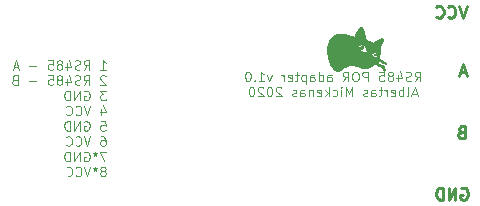
<source format=gbr>
G04 #@! TF.GenerationSoftware,KiCad,Pcbnew,5.99.0-unknown-13d3f57~88~ubuntu18.04.1*
G04 #@! TF.CreationDate,2020-04-02T10:06:32+03:00*
G04 #@! TF.ProjectId,adapter-por,61646170-7465-4722-9d70-6f722e6b6963,rev?*
G04 #@! TF.SameCoordinates,Original*
G04 #@! TF.FileFunction,Legend,Bot*
G04 #@! TF.FilePolarity,Positive*
%FSLAX46Y46*%
G04 Gerber Fmt 4.6, Leading zero omitted, Abs format (unit mm)*
G04 Created by KiCad (PCBNEW 5.99.0-unknown-13d3f57~88~ubuntu18.04.1) date 2020-04-02 10:06:32*
%MOMM*%
%LPD*%
G01*
G04 APERTURE LIST*
%ADD10C,0.120000*%
%ADD11C,0.250000*%
%ADD12C,0.010000*%
%ADD13O,2.100000X2.100000*%
%ADD14C,3.400000*%
%ADD15C,1.900000*%
%ADD16C,3.600000*%
G04 APERTURE END LIST*
D10*
X88633333Y-47817904D02*
X88900000Y-47436952D01*
X89090476Y-47817904D02*
X89090476Y-47017904D01*
X88785714Y-47017904D01*
X88709523Y-47056000D01*
X88671428Y-47094095D01*
X88633333Y-47170285D01*
X88633333Y-47284571D01*
X88671428Y-47360761D01*
X88709523Y-47398857D01*
X88785714Y-47436952D01*
X89090476Y-47436952D01*
X88328571Y-47779809D02*
X88214285Y-47817904D01*
X88023809Y-47817904D01*
X87947619Y-47779809D01*
X87909523Y-47741714D01*
X87871428Y-47665523D01*
X87871428Y-47589333D01*
X87909523Y-47513142D01*
X87947619Y-47475047D01*
X88023809Y-47436952D01*
X88176190Y-47398857D01*
X88252380Y-47360761D01*
X88290476Y-47322666D01*
X88328571Y-47246476D01*
X88328571Y-47170285D01*
X88290476Y-47094095D01*
X88252380Y-47056000D01*
X88176190Y-47017904D01*
X87985714Y-47017904D01*
X87871428Y-47056000D01*
X87185714Y-47284571D02*
X87185714Y-47817904D01*
X87376190Y-46979809D02*
X87566666Y-47551238D01*
X87071428Y-47551238D01*
X86652380Y-47360761D02*
X86728571Y-47322666D01*
X86766666Y-47284571D01*
X86804761Y-47208380D01*
X86804761Y-47170285D01*
X86766666Y-47094095D01*
X86728571Y-47056000D01*
X86652380Y-47017904D01*
X86500000Y-47017904D01*
X86423809Y-47056000D01*
X86385714Y-47094095D01*
X86347619Y-47170285D01*
X86347619Y-47208380D01*
X86385714Y-47284571D01*
X86423809Y-47322666D01*
X86500000Y-47360761D01*
X86652380Y-47360761D01*
X86728571Y-47398857D01*
X86766666Y-47436952D01*
X86804761Y-47513142D01*
X86804761Y-47665523D01*
X86766666Y-47741714D01*
X86728571Y-47779809D01*
X86652380Y-47817904D01*
X86500000Y-47817904D01*
X86423809Y-47779809D01*
X86385714Y-47741714D01*
X86347619Y-47665523D01*
X86347619Y-47513142D01*
X86385714Y-47436952D01*
X86423809Y-47398857D01*
X86500000Y-47360761D01*
X85623809Y-47017904D02*
X86004761Y-47017904D01*
X86042857Y-47398857D01*
X86004761Y-47360761D01*
X85928571Y-47322666D01*
X85738095Y-47322666D01*
X85661904Y-47360761D01*
X85623809Y-47398857D01*
X85585714Y-47475047D01*
X85585714Y-47665523D01*
X85623809Y-47741714D01*
X85661904Y-47779809D01*
X85738095Y-47817904D01*
X85928571Y-47817904D01*
X86004761Y-47779809D01*
X86042857Y-47741714D01*
X84633333Y-47817904D02*
X84633333Y-47017904D01*
X84328571Y-47017904D01*
X84252380Y-47056000D01*
X84214285Y-47094095D01*
X84176190Y-47170285D01*
X84176190Y-47284571D01*
X84214285Y-47360761D01*
X84252380Y-47398857D01*
X84328571Y-47436952D01*
X84633333Y-47436952D01*
X83680952Y-47017904D02*
X83528571Y-47017904D01*
X83452380Y-47056000D01*
X83376190Y-47132190D01*
X83338095Y-47284571D01*
X83338095Y-47551238D01*
X83376190Y-47703619D01*
X83452380Y-47779809D01*
X83528571Y-47817904D01*
X83680952Y-47817904D01*
X83757142Y-47779809D01*
X83833333Y-47703619D01*
X83871428Y-47551238D01*
X83871428Y-47284571D01*
X83833333Y-47132190D01*
X83757142Y-47056000D01*
X83680952Y-47017904D01*
X82538095Y-47817904D02*
X82804761Y-47436952D01*
X82995238Y-47817904D02*
X82995238Y-47017904D01*
X82690476Y-47017904D01*
X82614285Y-47056000D01*
X82576190Y-47094095D01*
X82538095Y-47170285D01*
X82538095Y-47284571D01*
X82576190Y-47360761D01*
X82614285Y-47398857D01*
X82690476Y-47436952D01*
X82995238Y-47436952D01*
X81242857Y-47817904D02*
X81242857Y-47398857D01*
X81280952Y-47322666D01*
X81357142Y-47284571D01*
X81509523Y-47284571D01*
X81585714Y-47322666D01*
X81242857Y-47779809D02*
X81319047Y-47817904D01*
X81509523Y-47817904D01*
X81585714Y-47779809D01*
X81623809Y-47703619D01*
X81623809Y-47627428D01*
X81585714Y-47551238D01*
X81509523Y-47513142D01*
X81319047Y-47513142D01*
X81242857Y-47475047D01*
X80519047Y-47817904D02*
X80519047Y-47017904D01*
X80519047Y-47779809D02*
X80595238Y-47817904D01*
X80747619Y-47817904D01*
X80823809Y-47779809D01*
X80861904Y-47741714D01*
X80900000Y-47665523D01*
X80900000Y-47436952D01*
X80861904Y-47360761D01*
X80823809Y-47322666D01*
X80747619Y-47284571D01*
X80595238Y-47284571D01*
X80519047Y-47322666D01*
X79795238Y-47817904D02*
X79795238Y-47398857D01*
X79833333Y-47322666D01*
X79909523Y-47284571D01*
X80061904Y-47284571D01*
X80138095Y-47322666D01*
X79795238Y-47779809D02*
X79871428Y-47817904D01*
X80061904Y-47817904D01*
X80138095Y-47779809D01*
X80176190Y-47703619D01*
X80176190Y-47627428D01*
X80138095Y-47551238D01*
X80061904Y-47513142D01*
X79871428Y-47513142D01*
X79795238Y-47475047D01*
X79414285Y-47284571D02*
X79414285Y-48084571D01*
X79414285Y-47322666D02*
X79338095Y-47284571D01*
X79185714Y-47284571D01*
X79109523Y-47322666D01*
X79071428Y-47360761D01*
X79033333Y-47436952D01*
X79033333Y-47665523D01*
X79071428Y-47741714D01*
X79109523Y-47779809D01*
X79185714Y-47817904D01*
X79338095Y-47817904D01*
X79414285Y-47779809D01*
X78804761Y-47284571D02*
X78500000Y-47284571D01*
X78690476Y-47017904D02*
X78690476Y-47703619D01*
X78652380Y-47779809D01*
X78576190Y-47817904D01*
X78500000Y-47817904D01*
X77928571Y-47779809D02*
X78004761Y-47817904D01*
X78157142Y-47817904D01*
X78233333Y-47779809D01*
X78271428Y-47703619D01*
X78271428Y-47398857D01*
X78233333Y-47322666D01*
X78157142Y-47284571D01*
X78004761Y-47284571D01*
X77928571Y-47322666D01*
X77890476Y-47398857D01*
X77890476Y-47475047D01*
X78271428Y-47551238D01*
X77547619Y-47817904D02*
X77547619Y-47284571D01*
X77547619Y-47436952D02*
X77509523Y-47360761D01*
X77471428Y-47322666D01*
X77395238Y-47284571D01*
X77319047Y-47284571D01*
X76519047Y-47284571D02*
X76328571Y-47817904D01*
X76138095Y-47284571D01*
X75414285Y-47817904D02*
X75871428Y-47817904D01*
X75642857Y-47817904D02*
X75642857Y-47017904D01*
X75719047Y-47132190D01*
X75795238Y-47208380D01*
X75871428Y-47246476D01*
X75071428Y-47741714D02*
X75033333Y-47779809D01*
X75071428Y-47817904D01*
X75109523Y-47779809D01*
X75071428Y-47741714D01*
X75071428Y-47817904D01*
X74538095Y-47017904D02*
X74461904Y-47017904D01*
X74385714Y-47056000D01*
X74347619Y-47094095D01*
X74309523Y-47170285D01*
X74271428Y-47322666D01*
X74271428Y-47513142D01*
X74309523Y-47665523D01*
X74347619Y-47741714D01*
X74385714Y-47779809D01*
X74461904Y-47817904D01*
X74538095Y-47817904D01*
X74614285Y-47779809D01*
X74652380Y-47741714D01*
X74690476Y-47665523D01*
X74728571Y-47513142D01*
X74728571Y-47322666D01*
X74690476Y-47170285D01*
X74652380Y-47094095D01*
X74614285Y-47056000D01*
X74538095Y-47017904D01*
X88804761Y-48877333D02*
X88423809Y-48877333D01*
X88880952Y-49105904D02*
X88614285Y-48305904D01*
X88347619Y-49105904D01*
X87966666Y-49105904D02*
X88042857Y-49067809D01*
X88080952Y-48991619D01*
X88080952Y-48305904D01*
X87661904Y-49105904D02*
X87661904Y-48305904D01*
X87661904Y-48610666D02*
X87585714Y-48572571D01*
X87433333Y-48572571D01*
X87357142Y-48610666D01*
X87319047Y-48648761D01*
X87280952Y-48724952D01*
X87280952Y-48953523D01*
X87319047Y-49029714D01*
X87357142Y-49067809D01*
X87433333Y-49105904D01*
X87585714Y-49105904D01*
X87661904Y-49067809D01*
X86633333Y-49067809D02*
X86709523Y-49105904D01*
X86861904Y-49105904D01*
X86938095Y-49067809D01*
X86976190Y-48991619D01*
X86976190Y-48686857D01*
X86938095Y-48610666D01*
X86861904Y-48572571D01*
X86709523Y-48572571D01*
X86633333Y-48610666D01*
X86595238Y-48686857D01*
X86595238Y-48763047D01*
X86976190Y-48839238D01*
X86252380Y-49105904D02*
X86252380Y-48572571D01*
X86252380Y-48724952D02*
X86214285Y-48648761D01*
X86176190Y-48610666D01*
X86100000Y-48572571D01*
X86023809Y-48572571D01*
X85871428Y-48572571D02*
X85566666Y-48572571D01*
X85757142Y-48305904D02*
X85757142Y-48991619D01*
X85719047Y-49067809D01*
X85642857Y-49105904D01*
X85566666Y-49105904D01*
X84957142Y-49105904D02*
X84957142Y-48686857D01*
X84995238Y-48610666D01*
X85071428Y-48572571D01*
X85223809Y-48572571D01*
X85300000Y-48610666D01*
X84957142Y-49067809D02*
X85033333Y-49105904D01*
X85223809Y-49105904D01*
X85300000Y-49067809D01*
X85338095Y-48991619D01*
X85338095Y-48915428D01*
X85300000Y-48839238D01*
X85223809Y-48801142D01*
X85033333Y-48801142D01*
X84957142Y-48763047D01*
X84614285Y-49067809D02*
X84538095Y-49105904D01*
X84385714Y-49105904D01*
X84309523Y-49067809D01*
X84271428Y-48991619D01*
X84271428Y-48953523D01*
X84309523Y-48877333D01*
X84385714Y-48839238D01*
X84500000Y-48839238D01*
X84576190Y-48801142D01*
X84614285Y-48724952D01*
X84614285Y-48686857D01*
X84576190Y-48610666D01*
X84500000Y-48572571D01*
X84385714Y-48572571D01*
X84309523Y-48610666D01*
X83319047Y-49105904D02*
X83319047Y-48305904D01*
X83052380Y-48877333D01*
X82785714Y-48305904D01*
X82785714Y-49105904D01*
X82404761Y-49105904D02*
X82404761Y-48572571D01*
X82404761Y-48305904D02*
X82442857Y-48344000D01*
X82404761Y-48382095D01*
X82366666Y-48344000D01*
X82404761Y-48305904D01*
X82404761Y-48382095D01*
X81680952Y-49067809D02*
X81757142Y-49105904D01*
X81909523Y-49105904D01*
X81985714Y-49067809D01*
X82023809Y-49029714D01*
X82061904Y-48953523D01*
X82061904Y-48724952D01*
X82023809Y-48648761D01*
X81985714Y-48610666D01*
X81909523Y-48572571D01*
X81757142Y-48572571D01*
X81680952Y-48610666D01*
X81338095Y-49105904D02*
X81338095Y-48305904D01*
X81261904Y-48801142D02*
X81033333Y-49105904D01*
X81033333Y-48572571D02*
X81338095Y-48877333D01*
X80385714Y-49067809D02*
X80461904Y-49105904D01*
X80614285Y-49105904D01*
X80690476Y-49067809D01*
X80728571Y-48991619D01*
X80728571Y-48686857D01*
X80690476Y-48610666D01*
X80614285Y-48572571D01*
X80461904Y-48572571D01*
X80385714Y-48610666D01*
X80347619Y-48686857D01*
X80347619Y-48763047D01*
X80728571Y-48839238D01*
X80004761Y-48572571D02*
X80004761Y-49105904D01*
X80004761Y-48648761D02*
X79966666Y-48610666D01*
X79890476Y-48572571D01*
X79776190Y-48572571D01*
X79700000Y-48610666D01*
X79661904Y-48686857D01*
X79661904Y-49105904D01*
X78938095Y-49105904D02*
X78938095Y-48686857D01*
X78976190Y-48610666D01*
X79052380Y-48572571D01*
X79204761Y-48572571D01*
X79280952Y-48610666D01*
X78938095Y-49067809D02*
X79014285Y-49105904D01*
X79204761Y-49105904D01*
X79280952Y-49067809D01*
X79319047Y-48991619D01*
X79319047Y-48915428D01*
X79280952Y-48839238D01*
X79204761Y-48801142D01*
X79014285Y-48801142D01*
X78938095Y-48763047D01*
X78595238Y-49067809D02*
X78519047Y-49105904D01*
X78366666Y-49105904D01*
X78290476Y-49067809D01*
X78252380Y-48991619D01*
X78252380Y-48953523D01*
X78290476Y-48877333D01*
X78366666Y-48839238D01*
X78480952Y-48839238D01*
X78557142Y-48801142D01*
X78595238Y-48724952D01*
X78595238Y-48686857D01*
X78557142Y-48610666D01*
X78480952Y-48572571D01*
X78366666Y-48572571D01*
X78290476Y-48610666D01*
X77338095Y-48382095D02*
X77300000Y-48344000D01*
X77223809Y-48305904D01*
X77033333Y-48305904D01*
X76957142Y-48344000D01*
X76919047Y-48382095D01*
X76880952Y-48458285D01*
X76880952Y-48534476D01*
X76919047Y-48648761D01*
X77376190Y-49105904D01*
X76880952Y-49105904D01*
X76385714Y-48305904D02*
X76309523Y-48305904D01*
X76233333Y-48344000D01*
X76195238Y-48382095D01*
X76157142Y-48458285D01*
X76119047Y-48610666D01*
X76119047Y-48801142D01*
X76157142Y-48953523D01*
X76195238Y-49029714D01*
X76233333Y-49067809D01*
X76309523Y-49105904D01*
X76385714Y-49105904D01*
X76461904Y-49067809D01*
X76500000Y-49029714D01*
X76538095Y-48953523D01*
X76576190Y-48801142D01*
X76576190Y-48610666D01*
X76538095Y-48458285D01*
X76500000Y-48382095D01*
X76461904Y-48344000D01*
X76385714Y-48305904D01*
X75814285Y-48382095D02*
X75776190Y-48344000D01*
X75700000Y-48305904D01*
X75509523Y-48305904D01*
X75433333Y-48344000D01*
X75395238Y-48382095D01*
X75357142Y-48458285D01*
X75357142Y-48534476D01*
X75395238Y-48648761D01*
X75852380Y-49105904D01*
X75357142Y-49105904D01*
X74861904Y-48305904D02*
X74785714Y-48305904D01*
X74709523Y-48344000D01*
X74671428Y-48382095D01*
X74633333Y-48458285D01*
X74595238Y-48610666D01*
X74595238Y-48801142D01*
X74633333Y-48953523D01*
X74671428Y-49029714D01*
X74709523Y-49067809D01*
X74785714Y-49105904D01*
X74861904Y-49105904D01*
X74938095Y-49067809D01*
X74976190Y-49029714D01*
X75014285Y-48953523D01*
X75052380Y-48801142D01*
X75052380Y-48610666D01*
X75014285Y-48458285D01*
X74976190Y-48382095D01*
X74938095Y-48344000D01*
X74861904Y-48305904D01*
X62012476Y-46853904D02*
X62469619Y-46853904D01*
X62241047Y-46853904D02*
X62241047Y-46053904D01*
X62317238Y-46168190D01*
X62393428Y-46244380D01*
X62469619Y-46282476D01*
X60602952Y-46853904D02*
X60869619Y-46472952D01*
X61060095Y-46853904D02*
X61060095Y-46053904D01*
X60755333Y-46053904D01*
X60679142Y-46092000D01*
X60641047Y-46130095D01*
X60602952Y-46206285D01*
X60602952Y-46320571D01*
X60641047Y-46396761D01*
X60679142Y-46434857D01*
X60755333Y-46472952D01*
X61060095Y-46472952D01*
X60298190Y-46815809D02*
X60183904Y-46853904D01*
X59993428Y-46853904D01*
X59917238Y-46815809D01*
X59879142Y-46777714D01*
X59841047Y-46701523D01*
X59841047Y-46625333D01*
X59879142Y-46549142D01*
X59917238Y-46511047D01*
X59993428Y-46472952D01*
X60145809Y-46434857D01*
X60222000Y-46396761D01*
X60260095Y-46358666D01*
X60298190Y-46282476D01*
X60298190Y-46206285D01*
X60260095Y-46130095D01*
X60222000Y-46092000D01*
X60145809Y-46053904D01*
X59955333Y-46053904D01*
X59841047Y-46092000D01*
X59155333Y-46320571D02*
X59155333Y-46853904D01*
X59345809Y-46015809D02*
X59536285Y-46587238D01*
X59041047Y-46587238D01*
X58622000Y-46396761D02*
X58698190Y-46358666D01*
X58736285Y-46320571D01*
X58774380Y-46244380D01*
X58774380Y-46206285D01*
X58736285Y-46130095D01*
X58698190Y-46092000D01*
X58622000Y-46053904D01*
X58469619Y-46053904D01*
X58393428Y-46092000D01*
X58355333Y-46130095D01*
X58317238Y-46206285D01*
X58317238Y-46244380D01*
X58355333Y-46320571D01*
X58393428Y-46358666D01*
X58469619Y-46396761D01*
X58622000Y-46396761D01*
X58698190Y-46434857D01*
X58736285Y-46472952D01*
X58774380Y-46549142D01*
X58774380Y-46701523D01*
X58736285Y-46777714D01*
X58698190Y-46815809D01*
X58622000Y-46853904D01*
X58469619Y-46853904D01*
X58393428Y-46815809D01*
X58355333Y-46777714D01*
X58317238Y-46701523D01*
X58317238Y-46549142D01*
X58355333Y-46472952D01*
X58393428Y-46434857D01*
X58469619Y-46396761D01*
X57593428Y-46053904D02*
X57974380Y-46053904D01*
X58012476Y-46434857D01*
X57974380Y-46396761D01*
X57898190Y-46358666D01*
X57707714Y-46358666D01*
X57631523Y-46396761D01*
X57593428Y-46434857D01*
X57555333Y-46511047D01*
X57555333Y-46701523D01*
X57593428Y-46777714D01*
X57631523Y-46815809D01*
X57707714Y-46853904D01*
X57898190Y-46853904D01*
X57974380Y-46815809D01*
X58012476Y-46777714D01*
X56602952Y-46549142D02*
X55993428Y-46549142D01*
X55041047Y-46625333D02*
X54660095Y-46625333D01*
X55117238Y-46853904D02*
X54850571Y-46053904D01*
X54583904Y-46853904D01*
X62469619Y-47418095D02*
X62431523Y-47380000D01*
X62355333Y-47341904D01*
X62164857Y-47341904D01*
X62088666Y-47380000D01*
X62050571Y-47418095D01*
X62012476Y-47494285D01*
X62012476Y-47570476D01*
X62050571Y-47684761D01*
X62507714Y-48141904D01*
X62012476Y-48141904D01*
X60602952Y-48141904D02*
X60869619Y-47760952D01*
X61060095Y-48141904D02*
X61060095Y-47341904D01*
X60755333Y-47341904D01*
X60679142Y-47380000D01*
X60641047Y-47418095D01*
X60602952Y-47494285D01*
X60602952Y-47608571D01*
X60641047Y-47684761D01*
X60679142Y-47722857D01*
X60755333Y-47760952D01*
X61060095Y-47760952D01*
X60298190Y-48103809D02*
X60183904Y-48141904D01*
X59993428Y-48141904D01*
X59917238Y-48103809D01*
X59879142Y-48065714D01*
X59841047Y-47989523D01*
X59841047Y-47913333D01*
X59879142Y-47837142D01*
X59917238Y-47799047D01*
X59993428Y-47760952D01*
X60145809Y-47722857D01*
X60222000Y-47684761D01*
X60260095Y-47646666D01*
X60298190Y-47570476D01*
X60298190Y-47494285D01*
X60260095Y-47418095D01*
X60222000Y-47380000D01*
X60145809Y-47341904D01*
X59955333Y-47341904D01*
X59841047Y-47380000D01*
X59155333Y-47608571D02*
X59155333Y-48141904D01*
X59345809Y-47303809D02*
X59536285Y-47875238D01*
X59041047Y-47875238D01*
X58622000Y-47684761D02*
X58698190Y-47646666D01*
X58736285Y-47608571D01*
X58774380Y-47532380D01*
X58774380Y-47494285D01*
X58736285Y-47418095D01*
X58698190Y-47380000D01*
X58622000Y-47341904D01*
X58469619Y-47341904D01*
X58393428Y-47380000D01*
X58355333Y-47418095D01*
X58317238Y-47494285D01*
X58317238Y-47532380D01*
X58355333Y-47608571D01*
X58393428Y-47646666D01*
X58469619Y-47684761D01*
X58622000Y-47684761D01*
X58698190Y-47722857D01*
X58736285Y-47760952D01*
X58774380Y-47837142D01*
X58774380Y-47989523D01*
X58736285Y-48065714D01*
X58698190Y-48103809D01*
X58622000Y-48141904D01*
X58469619Y-48141904D01*
X58393428Y-48103809D01*
X58355333Y-48065714D01*
X58317238Y-47989523D01*
X58317238Y-47837142D01*
X58355333Y-47760952D01*
X58393428Y-47722857D01*
X58469619Y-47684761D01*
X57593428Y-47341904D02*
X57974380Y-47341904D01*
X58012476Y-47722857D01*
X57974380Y-47684761D01*
X57898190Y-47646666D01*
X57707714Y-47646666D01*
X57631523Y-47684761D01*
X57593428Y-47722857D01*
X57555333Y-47799047D01*
X57555333Y-47989523D01*
X57593428Y-48065714D01*
X57631523Y-48103809D01*
X57707714Y-48141904D01*
X57898190Y-48141904D01*
X57974380Y-48103809D01*
X58012476Y-48065714D01*
X56602952Y-47837142D02*
X55993428Y-47837142D01*
X54736285Y-47722857D02*
X54622000Y-47760952D01*
X54583904Y-47799047D01*
X54545809Y-47875238D01*
X54545809Y-47989523D01*
X54583904Y-48065714D01*
X54622000Y-48103809D01*
X54698190Y-48141904D01*
X55002952Y-48141904D01*
X55002952Y-47341904D01*
X54736285Y-47341904D01*
X54660095Y-47380000D01*
X54622000Y-47418095D01*
X54583904Y-47494285D01*
X54583904Y-47570476D01*
X54622000Y-47646666D01*
X54660095Y-47684761D01*
X54736285Y-47722857D01*
X55002952Y-47722857D01*
X62507714Y-48629904D02*
X62012476Y-48629904D01*
X62279142Y-48934666D01*
X62164857Y-48934666D01*
X62088666Y-48972761D01*
X62050571Y-49010857D01*
X62012476Y-49087047D01*
X62012476Y-49277523D01*
X62050571Y-49353714D01*
X62088666Y-49391809D01*
X62164857Y-49429904D01*
X62393428Y-49429904D01*
X62469619Y-49391809D01*
X62507714Y-49353714D01*
X60641047Y-48668000D02*
X60717238Y-48629904D01*
X60831523Y-48629904D01*
X60945809Y-48668000D01*
X61022000Y-48744190D01*
X61060095Y-48820380D01*
X61098190Y-48972761D01*
X61098190Y-49087047D01*
X61060095Y-49239428D01*
X61022000Y-49315619D01*
X60945809Y-49391809D01*
X60831523Y-49429904D01*
X60755333Y-49429904D01*
X60641047Y-49391809D01*
X60602952Y-49353714D01*
X60602952Y-49087047D01*
X60755333Y-49087047D01*
X60260095Y-49429904D02*
X60260095Y-48629904D01*
X59802952Y-49429904D01*
X59802952Y-48629904D01*
X59422000Y-49429904D02*
X59422000Y-48629904D01*
X59231523Y-48629904D01*
X59117238Y-48668000D01*
X59041047Y-48744190D01*
X59002952Y-48820380D01*
X58964857Y-48972761D01*
X58964857Y-49087047D01*
X59002952Y-49239428D01*
X59041047Y-49315619D01*
X59117238Y-49391809D01*
X59231523Y-49429904D01*
X59422000Y-49429904D01*
X62088666Y-50184571D02*
X62088666Y-50717904D01*
X62279142Y-49879809D02*
X62469619Y-50451238D01*
X61974380Y-50451238D01*
X61174380Y-49917904D02*
X60907714Y-50717904D01*
X60641047Y-49917904D01*
X59917238Y-50641714D02*
X59955333Y-50679809D01*
X60069619Y-50717904D01*
X60145809Y-50717904D01*
X60260095Y-50679809D01*
X60336285Y-50603619D01*
X60374380Y-50527428D01*
X60412476Y-50375047D01*
X60412476Y-50260761D01*
X60374380Y-50108380D01*
X60336285Y-50032190D01*
X60260095Y-49956000D01*
X60145809Y-49917904D01*
X60069619Y-49917904D01*
X59955333Y-49956000D01*
X59917238Y-49994095D01*
X59117238Y-50641714D02*
X59155333Y-50679809D01*
X59269619Y-50717904D01*
X59345809Y-50717904D01*
X59460095Y-50679809D01*
X59536285Y-50603619D01*
X59574380Y-50527428D01*
X59612476Y-50375047D01*
X59612476Y-50260761D01*
X59574380Y-50108380D01*
X59536285Y-50032190D01*
X59460095Y-49956000D01*
X59345809Y-49917904D01*
X59269619Y-49917904D01*
X59155333Y-49956000D01*
X59117238Y-49994095D01*
X62050571Y-51205904D02*
X62431523Y-51205904D01*
X62469619Y-51586857D01*
X62431523Y-51548761D01*
X62355333Y-51510666D01*
X62164857Y-51510666D01*
X62088666Y-51548761D01*
X62050571Y-51586857D01*
X62012476Y-51663047D01*
X62012476Y-51853523D01*
X62050571Y-51929714D01*
X62088666Y-51967809D01*
X62164857Y-52005904D01*
X62355333Y-52005904D01*
X62431523Y-51967809D01*
X62469619Y-51929714D01*
X60641047Y-51244000D02*
X60717238Y-51205904D01*
X60831523Y-51205904D01*
X60945809Y-51244000D01*
X61022000Y-51320190D01*
X61060095Y-51396380D01*
X61098190Y-51548761D01*
X61098190Y-51663047D01*
X61060095Y-51815428D01*
X61022000Y-51891619D01*
X60945809Y-51967809D01*
X60831523Y-52005904D01*
X60755333Y-52005904D01*
X60641047Y-51967809D01*
X60602952Y-51929714D01*
X60602952Y-51663047D01*
X60755333Y-51663047D01*
X60260095Y-52005904D02*
X60260095Y-51205904D01*
X59802952Y-52005904D01*
X59802952Y-51205904D01*
X59422000Y-52005904D02*
X59422000Y-51205904D01*
X59231523Y-51205904D01*
X59117238Y-51244000D01*
X59041047Y-51320190D01*
X59002952Y-51396380D01*
X58964857Y-51548761D01*
X58964857Y-51663047D01*
X59002952Y-51815428D01*
X59041047Y-51891619D01*
X59117238Y-51967809D01*
X59231523Y-52005904D01*
X59422000Y-52005904D01*
X62088666Y-52493904D02*
X62241047Y-52493904D01*
X62317238Y-52532000D01*
X62355333Y-52570095D01*
X62431523Y-52684380D01*
X62469619Y-52836761D01*
X62469619Y-53141523D01*
X62431523Y-53217714D01*
X62393428Y-53255809D01*
X62317238Y-53293904D01*
X62164857Y-53293904D01*
X62088666Y-53255809D01*
X62050571Y-53217714D01*
X62012476Y-53141523D01*
X62012476Y-52951047D01*
X62050571Y-52874857D01*
X62088666Y-52836761D01*
X62164857Y-52798666D01*
X62317238Y-52798666D01*
X62393428Y-52836761D01*
X62431523Y-52874857D01*
X62469619Y-52951047D01*
X61174380Y-52493904D02*
X60907714Y-53293904D01*
X60641047Y-52493904D01*
X59917238Y-53217714D02*
X59955333Y-53255809D01*
X60069619Y-53293904D01*
X60145809Y-53293904D01*
X60260095Y-53255809D01*
X60336285Y-53179619D01*
X60374380Y-53103428D01*
X60412476Y-52951047D01*
X60412476Y-52836761D01*
X60374380Y-52684380D01*
X60336285Y-52608190D01*
X60260095Y-52532000D01*
X60145809Y-52493904D01*
X60069619Y-52493904D01*
X59955333Y-52532000D01*
X59917238Y-52570095D01*
X59117238Y-53217714D02*
X59155333Y-53255809D01*
X59269619Y-53293904D01*
X59345809Y-53293904D01*
X59460095Y-53255809D01*
X59536285Y-53179619D01*
X59574380Y-53103428D01*
X59612476Y-52951047D01*
X59612476Y-52836761D01*
X59574380Y-52684380D01*
X59536285Y-52608190D01*
X59460095Y-52532000D01*
X59345809Y-52493904D01*
X59269619Y-52493904D01*
X59155333Y-52532000D01*
X59117238Y-52570095D01*
X62507714Y-53781904D02*
X61974380Y-53781904D01*
X62317238Y-54581904D01*
X61555333Y-53781904D02*
X61555333Y-53972380D01*
X61745809Y-53896190D02*
X61555333Y-53972380D01*
X61364857Y-53896190D01*
X61669619Y-54124761D02*
X61555333Y-53972380D01*
X61441047Y-54124761D01*
X60641047Y-53820000D02*
X60717238Y-53781904D01*
X60831523Y-53781904D01*
X60945809Y-53820000D01*
X61022000Y-53896190D01*
X61060095Y-53972380D01*
X61098190Y-54124761D01*
X61098190Y-54239047D01*
X61060095Y-54391428D01*
X61022000Y-54467619D01*
X60945809Y-54543809D01*
X60831523Y-54581904D01*
X60755333Y-54581904D01*
X60641047Y-54543809D01*
X60602952Y-54505714D01*
X60602952Y-54239047D01*
X60755333Y-54239047D01*
X60260095Y-54581904D02*
X60260095Y-53781904D01*
X59802952Y-54581904D01*
X59802952Y-53781904D01*
X59422000Y-54581904D02*
X59422000Y-53781904D01*
X59231523Y-53781904D01*
X59117238Y-53820000D01*
X59041047Y-53896190D01*
X59002952Y-53972380D01*
X58964857Y-54124761D01*
X58964857Y-54239047D01*
X59002952Y-54391428D01*
X59041047Y-54467619D01*
X59117238Y-54543809D01*
X59231523Y-54581904D01*
X59422000Y-54581904D01*
X62317238Y-55412761D02*
X62393428Y-55374666D01*
X62431523Y-55336571D01*
X62469619Y-55260380D01*
X62469619Y-55222285D01*
X62431523Y-55146095D01*
X62393428Y-55108000D01*
X62317238Y-55069904D01*
X62164857Y-55069904D01*
X62088666Y-55108000D01*
X62050571Y-55146095D01*
X62012476Y-55222285D01*
X62012476Y-55260380D01*
X62050571Y-55336571D01*
X62088666Y-55374666D01*
X62164857Y-55412761D01*
X62317238Y-55412761D01*
X62393428Y-55450857D01*
X62431523Y-55488952D01*
X62469619Y-55565142D01*
X62469619Y-55717523D01*
X62431523Y-55793714D01*
X62393428Y-55831809D01*
X62317238Y-55869904D01*
X62164857Y-55869904D01*
X62088666Y-55831809D01*
X62050571Y-55793714D01*
X62012476Y-55717523D01*
X62012476Y-55565142D01*
X62050571Y-55488952D01*
X62088666Y-55450857D01*
X62164857Y-55412761D01*
X61555333Y-55069904D02*
X61555333Y-55260380D01*
X61745809Y-55184190D02*
X61555333Y-55260380D01*
X61364857Y-55184190D01*
X61669619Y-55412761D02*
X61555333Y-55260380D01*
X61441047Y-55412761D01*
X61174380Y-55069904D02*
X60907714Y-55869904D01*
X60641047Y-55069904D01*
X59917238Y-55793714D02*
X59955333Y-55831809D01*
X60069619Y-55869904D01*
X60145809Y-55869904D01*
X60260095Y-55831809D01*
X60336285Y-55755619D01*
X60374380Y-55679428D01*
X60412476Y-55527047D01*
X60412476Y-55412761D01*
X60374380Y-55260380D01*
X60336285Y-55184190D01*
X60260095Y-55108000D01*
X60145809Y-55069904D01*
X60069619Y-55069904D01*
X59955333Y-55108000D01*
X59917238Y-55146095D01*
X59117238Y-55793714D02*
X59155333Y-55831809D01*
X59269619Y-55869904D01*
X59345809Y-55869904D01*
X59460095Y-55831809D01*
X59536285Y-55755619D01*
X59574380Y-55679428D01*
X59612476Y-55527047D01*
X59612476Y-55412761D01*
X59574380Y-55260380D01*
X59536285Y-55184190D01*
X59460095Y-55108000D01*
X59345809Y-55069904D01*
X59269619Y-55069904D01*
X59155333Y-55108000D01*
X59117238Y-55146095D01*
D11*
X93024404Y-41452380D02*
X92691071Y-42452380D01*
X92357738Y-41452380D01*
X91452976Y-42357142D02*
X91500595Y-42404761D01*
X91643452Y-42452380D01*
X91738690Y-42452380D01*
X91881547Y-42404761D01*
X91976785Y-42309523D01*
X92024404Y-42214285D01*
X92072023Y-42023809D01*
X92072023Y-41880952D01*
X92024404Y-41690476D01*
X91976785Y-41595238D01*
X91881547Y-41500000D01*
X91738690Y-41452380D01*
X91643452Y-41452380D01*
X91500595Y-41500000D01*
X91452976Y-41547619D01*
X90452976Y-42357142D02*
X90500595Y-42404761D01*
X90643452Y-42452380D01*
X90738690Y-42452380D01*
X90881547Y-42404761D01*
X90976785Y-42309523D01*
X91024404Y-42214285D01*
X91072023Y-42023809D01*
X91072023Y-41880952D01*
X91024404Y-41690476D01*
X90976785Y-41595238D01*
X90881547Y-41500000D01*
X90738690Y-41452380D01*
X90643452Y-41452380D01*
X90500595Y-41500000D01*
X90452976Y-41547619D01*
X92947023Y-47066666D02*
X92470833Y-47066666D01*
X93042261Y-47352380D02*
X92708928Y-46352380D01*
X92375595Y-47352380D01*
X92566071Y-52128571D02*
X92423214Y-52176190D01*
X92375595Y-52223809D01*
X92327976Y-52319047D01*
X92327976Y-52461904D01*
X92375595Y-52557142D01*
X92423214Y-52604761D01*
X92518452Y-52652380D01*
X92899404Y-52652380D01*
X92899404Y-51652380D01*
X92566071Y-51652380D01*
X92470833Y-51700000D01*
X92423214Y-51747619D01*
X92375595Y-51842857D01*
X92375595Y-51938095D01*
X92423214Y-52033333D01*
X92470833Y-52080952D01*
X92566071Y-52128571D01*
X92899404Y-52128571D01*
X92548214Y-56900000D02*
X92643452Y-56852380D01*
X92786309Y-56852380D01*
X92929166Y-56900000D01*
X93024404Y-56995238D01*
X93072023Y-57090476D01*
X93119642Y-57280952D01*
X93119642Y-57423809D01*
X93072023Y-57614285D01*
X93024404Y-57709523D01*
X92929166Y-57804761D01*
X92786309Y-57852380D01*
X92691071Y-57852380D01*
X92548214Y-57804761D01*
X92500595Y-57757142D01*
X92500595Y-57423809D01*
X92691071Y-57423809D01*
X92072023Y-57852380D02*
X92072023Y-56852380D01*
X91500595Y-57852380D01*
X91500595Y-56852380D01*
X91024404Y-57852380D02*
X91024404Y-56852380D01*
X90786309Y-56852380D01*
X90643452Y-56900000D01*
X90548214Y-56995238D01*
X90500595Y-57090476D01*
X90452976Y-57280952D01*
X90452976Y-57423809D01*
X90500595Y-57614285D01*
X90548214Y-57709523D01*
X90643452Y-57804761D01*
X90786309Y-57852380D01*
X91024404Y-57852380D01*
G36*
X85585613Y-45846910D02*
G01*
X85572251Y-45896252D01*
X85568814Y-45916458D01*
X85576329Y-45920291D01*
X85614683Y-45938620D01*
X85677839Y-45968329D01*
X85757221Y-46005372D01*
X85786598Y-46019306D01*
X85887135Y-46070230D01*
X85983699Y-46123290D01*
X86058846Y-46169021D01*
X86098193Y-46195960D01*
X86146951Y-46235862D01*
X86170426Y-46270279D01*
X86176500Y-46308558D01*
X86170110Y-46346030D01*
X86142902Y-46368059D01*
X86092087Y-46362256D01*
X86015253Y-46328233D01*
X85909989Y-46265602D01*
X85889741Y-46252868D01*
X85795079Y-46197985D01*
X85699251Y-46148484D01*
X85620210Y-46113771D01*
X85607039Y-46108858D01*
X85542883Y-46086269D01*
X85505333Y-46078393D01*
X85483341Y-46084527D01*
X85465857Y-46103970D01*
X85465081Y-46105044D01*
X85454438Y-46129068D01*
X85458999Y-46159297D01*
X85482070Y-46205019D01*
X85526962Y-46275523D01*
X85615584Y-46409444D01*
X85774334Y-46422431D01*
X85783976Y-46423245D01*
X85864316Y-46432032D01*
X85928789Y-46442388D01*
X85964202Y-46452242D01*
X85974081Y-46463596D01*
X85995958Y-46510390D01*
X86021111Y-46583578D01*
X86046041Y-46673687D01*
X86051509Y-46695927D01*
X86072404Y-46787875D01*
X86081988Y-46848863D01*
X86081090Y-46886876D01*
X86070539Y-46909904D01*
X86039403Y-46935215D01*
X85994031Y-46937528D01*
X85953215Y-46904218D01*
X85924155Y-46838781D01*
X85921757Y-46829512D01*
X85901780Y-46752428D01*
X85881510Y-46674351D01*
X85858837Y-46587118D01*
X85691217Y-46572496D01*
X85523596Y-46557875D01*
X85434812Y-46421604D01*
X85425584Y-46407565D01*
X85382561Y-46345467D01*
X85348689Y-46301819D01*
X85330628Y-46285333D01*
X85309087Y-46297564D01*
X85274906Y-46330177D01*
X85220091Y-46381127D01*
X85135185Y-46445831D01*
X85034808Y-46513215D01*
X84930791Y-46575370D01*
X84834965Y-46624383D01*
X84766591Y-46653551D01*
X84627139Y-46699269D01*
X84490373Y-46722198D01*
X84348843Y-46722007D01*
X84195098Y-46698366D01*
X84021688Y-46650944D01*
X83821164Y-46579411D01*
X83673405Y-46524220D01*
X83525084Y-46474951D01*
X83401376Y-46442683D01*
X83295257Y-46425978D01*
X83199702Y-46423400D01*
X83107685Y-46433513D01*
X83048579Y-46445988D01*
X82871865Y-46507581D01*
X82687650Y-46605612D01*
X82500971Y-46737558D01*
X82436581Y-46788109D01*
X82347033Y-46854228D01*
X82275960Y-46898540D01*
X82215157Y-46925131D01*
X82156420Y-46938089D01*
X82091542Y-46941500D01*
X82012969Y-46935119D01*
X81913586Y-46903104D01*
X81817119Y-46840101D01*
X81715121Y-46741624D01*
X81672431Y-46692400D01*
X81556984Y-46528721D01*
X81456178Y-46334928D01*
X81368260Y-46107298D01*
X81291477Y-45842111D01*
X81279139Y-45792046D01*
X81262155Y-45715196D01*
X81250144Y-45643327D01*
X81242247Y-45566976D01*
X81238774Y-45499421D01*
X84927667Y-45499421D01*
X84936526Y-45529018D01*
X84971653Y-45581680D01*
X85023846Y-45638639D01*
X85082648Y-45688847D01*
X85137605Y-45721255D01*
X85205408Y-45743212D01*
X85296824Y-45752209D01*
X85403917Y-45737547D01*
X85444202Y-45725128D01*
X85461224Y-45700746D01*
X85460261Y-45650093D01*
X85453068Y-45602116D01*
X85415947Y-45500355D01*
X85354847Y-45427401D01*
X85274020Y-45387257D01*
X85177715Y-45383926D01*
X85126092Y-45395958D01*
X85057187Y-45419895D01*
X84993189Y-45448793D01*
X84946037Y-45477140D01*
X84927667Y-45499421D01*
X81238774Y-45499421D01*
X81237604Y-45476681D01*
X81235356Y-45362982D01*
X81234644Y-45216416D01*
X81235751Y-45050137D01*
X81240909Y-44905791D01*
X81251702Y-44786715D01*
X81252294Y-44783340D01*
X83853196Y-44783340D01*
X83857444Y-44821064D01*
X83878862Y-44899992D01*
X83940205Y-45053068D01*
X84020233Y-45184793D01*
X84114302Y-45288263D01*
X84217765Y-45356572D01*
X84245843Y-45367087D01*
X84314872Y-45383305D01*
X84392851Y-45393428D01*
X84467225Y-45396625D01*
X84525438Y-45392064D01*
X84554935Y-45378912D01*
X84557681Y-45352681D01*
X84554601Y-45296335D01*
X84546101Y-45223083D01*
X84533041Y-45149088D01*
X84484262Y-44994000D01*
X84412268Y-44872063D01*
X84318733Y-44784576D01*
X84205332Y-44732839D01*
X84073739Y-44718149D01*
X83925630Y-44741807D01*
X83916965Y-44744243D01*
X83869794Y-44761503D01*
X83853196Y-44783340D01*
X81252294Y-44783340D01*
X81269695Y-44684147D01*
X81296451Y-44589327D01*
X81333533Y-44493494D01*
X81382504Y-44387887D01*
X81438873Y-44287973D01*
X81561633Y-44133095D01*
X81711069Y-44005246D01*
X81881051Y-43909254D01*
X82065449Y-43849949D01*
X82178776Y-43835396D01*
X82322110Y-43830912D01*
X82481605Y-43836047D01*
X82644826Y-43850059D01*
X82799335Y-43872205D01*
X82932695Y-43901742D01*
X83011017Y-43924794D01*
X83172285Y-43977958D01*
X83336925Y-44038325D01*
X83482748Y-44097979D01*
X83507353Y-44089730D01*
X83530933Y-44049110D01*
X83570436Y-43942991D01*
X83649740Y-43745548D01*
X83723632Y-43585756D01*
X83793944Y-43460958D01*
X83862507Y-43368498D01*
X83931152Y-43305719D01*
X84001713Y-43269965D01*
X84076020Y-43258579D01*
X84103833Y-43260177D01*
X84148904Y-43278832D01*
X84187478Y-43327291D01*
X84219538Y-43390882D01*
X84261168Y-43499180D01*
X84306079Y-43639771D01*
X84352649Y-43807519D01*
X84399255Y-43997289D01*
X84401938Y-44008824D01*
X84426190Y-44108320D01*
X84448453Y-44191886D01*
X84466361Y-44251051D01*
X84477544Y-44277343D01*
X84489145Y-44285247D01*
X84533835Y-44311069D01*
X84605066Y-44350160D01*
X84696085Y-44398836D01*
X84800142Y-44453412D01*
X85105227Y-44611968D01*
X85212239Y-44530211D01*
X85216238Y-44527158D01*
X85389247Y-44401815D01*
X85541940Y-44304788D01*
X85672498Y-44237026D01*
X85779101Y-44199474D01*
X85859931Y-44193081D01*
X85892372Y-44205934D01*
X85915016Y-44243066D01*
X85918428Y-44305803D01*
X85902181Y-44396333D01*
X85865852Y-44516847D01*
X85809017Y-44669534D01*
X85731249Y-44856583D01*
X85696433Y-44937994D01*
X85665863Y-45014240D01*
X85648248Y-45070005D01*
X85641286Y-45115488D01*
X85642679Y-45160892D01*
X85650127Y-45216416D01*
X85659330Y-45317222D01*
X85658764Y-45352681D01*
X85656780Y-45477010D01*
X85637656Y-45640257D01*
X85623613Y-45700746D01*
X85603587Y-45787008D01*
X85585613Y-45846910D01*
G37*
D12*
X85585613Y-45846910D02*
X85572251Y-45896252D01*
X85568814Y-45916458D01*
X85576329Y-45920291D01*
X85614683Y-45938620D01*
X85677839Y-45968329D01*
X85757221Y-46005372D01*
X85786598Y-46019306D01*
X85887135Y-46070230D01*
X85983699Y-46123290D01*
X86058846Y-46169021D01*
X86098193Y-46195960D01*
X86146951Y-46235862D01*
X86170426Y-46270279D01*
X86176500Y-46308558D01*
X86170110Y-46346030D01*
X86142902Y-46368059D01*
X86092087Y-46362256D01*
X86015253Y-46328233D01*
X85909989Y-46265602D01*
X85889741Y-46252868D01*
X85795079Y-46197985D01*
X85699251Y-46148484D01*
X85620210Y-46113771D01*
X85607039Y-46108858D01*
X85542883Y-46086269D01*
X85505333Y-46078393D01*
X85483341Y-46084527D01*
X85465857Y-46103970D01*
X85465081Y-46105044D01*
X85454438Y-46129068D01*
X85458999Y-46159297D01*
X85482070Y-46205019D01*
X85526962Y-46275523D01*
X85615584Y-46409444D01*
X85774334Y-46422431D01*
X85783976Y-46423245D01*
X85864316Y-46432032D01*
X85928789Y-46442388D01*
X85964202Y-46452242D01*
X85974081Y-46463596D01*
X85995958Y-46510390D01*
X86021111Y-46583578D01*
X86046041Y-46673687D01*
X86051509Y-46695927D01*
X86072404Y-46787875D01*
X86081988Y-46848863D01*
X86081090Y-46886876D01*
X86070539Y-46909904D01*
X86039403Y-46935215D01*
X85994031Y-46937528D01*
X85953215Y-46904218D01*
X85924155Y-46838781D01*
X85921757Y-46829512D01*
X85901780Y-46752428D01*
X85881510Y-46674351D01*
X85858837Y-46587118D01*
X85691217Y-46572496D01*
X85523596Y-46557875D01*
X85434812Y-46421604D01*
X85425584Y-46407565D01*
X85382561Y-46345467D01*
X85348689Y-46301819D01*
X85330628Y-46285333D01*
X85309087Y-46297564D01*
X85274906Y-46330177D01*
X85220091Y-46381127D01*
X85135185Y-46445831D01*
X85034808Y-46513215D01*
X84930791Y-46575370D01*
X84834965Y-46624383D01*
X84766591Y-46653551D01*
X84627139Y-46699269D01*
X84490373Y-46722198D01*
X84348843Y-46722007D01*
X84195098Y-46698366D01*
X84021688Y-46650944D01*
X83821164Y-46579411D01*
X83673405Y-46524220D01*
X83525084Y-46474951D01*
X83401376Y-46442683D01*
X83295257Y-46425978D01*
X83199702Y-46423400D01*
X83107685Y-46433513D01*
X83048579Y-46445988D01*
X82871865Y-46507581D01*
X82687650Y-46605612D01*
X82500971Y-46737558D01*
X82436581Y-46788109D01*
X82347033Y-46854228D01*
X82275960Y-46898540D01*
X82215157Y-46925131D01*
X82156420Y-46938089D01*
X82091542Y-46941500D01*
X82012969Y-46935119D01*
X81913586Y-46903104D01*
X81817119Y-46840101D01*
X81715121Y-46741624D01*
X81672431Y-46692400D01*
X81556984Y-46528721D01*
X81456178Y-46334928D01*
X81368260Y-46107298D01*
X81291477Y-45842111D01*
X81279139Y-45792046D01*
X81262155Y-45715196D01*
X81250144Y-45643327D01*
X81242247Y-45566976D01*
X81238774Y-45499421D01*
X84927667Y-45499421D01*
X84936526Y-45529018D01*
X84971653Y-45581680D01*
X85023846Y-45638639D01*
X85082648Y-45688847D01*
X85137605Y-45721255D01*
X85205408Y-45743212D01*
X85296824Y-45752209D01*
X85403917Y-45737547D01*
X85444202Y-45725128D01*
X85461224Y-45700746D01*
X85460261Y-45650093D01*
X85453068Y-45602116D01*
X85415947Y-45500355D01*
X85354847Y-45427401D01*
X85274020Y-45387257D01*
X85177715Y-45383926D01*
X85126092Y-45395958D01*
X85057187Y-45419895D01*
X84993189Y-45448793D01*
X84946037Y-45477140D01*
X84927667Y-45499421D01*
X81238774Y-45499421D01*
X81237604Y-45476681D01*
X81235356Y-45362982D01*
X81234644Y-45216416D01*
X81235751Y-45050137D01*
X81240909Y-44905791D01*
X81251702Y-44786715D01*
X81252294Y-44783340D01*
X83853196Y-44783340D01*
X83857444Y-44821064D01*
X83878862Y-44899992D01*
X83940205Y-45053068D01*
X84020233Y-45184793D01*
X84114302Y-45288263D01*
X84217765Y-45356572D01*
X84245843Y-45367087D01*
X84314872Y-45383305D01*
X84392851Y-45393428D01*
X84467225Y-45396625D01*
X84525438Y-45392064D01*
X84554935Y-45378912D01*
X84557681Y-45352681D01*
X84554601Y-45296335D01*
X84546101Y-45223083D01*
X84533041Y-45149088D01*
X84484262Y-44994000D01*
X84412268Y-44872063D01*
X84318733Y-44784576D01*
X84205332Y-44732839D01*
X84073739Y-44718149D01*
X83925630Y-44741807D01*
X83916965Y-44744243D01*
X83869794Y-44761503D01*
X83853196Y-44783340D01*
X81252294Y-44783340D01*
X81269695Y-44684147D01*
X81296451Y-44589327D01*
X81333533Y-44493494D01*
X81382504Y-44387887D01*
X81438873Y-44287973D01*
X81561633Y-44133095D01*
X81711069Y-44005246D01*
X81881051Y-43909254D01*
X82065449Y-43849949D01*
X82178776Y-43835396D01*
X82322110Y-43830912D01*
X82481605Y-43836047D01*
X82644826Y-43850059D01*
X82799335Y-43872205D01*
X82932695Y-43901742D01*
X83011017Y-43924794D01*
X83172285Y-43977958D01*
X83336925Y-44038325D01*
X83482748Y-44097979D01*
X83507353Y-44089730D01*
X83530933Y-44049110D01*
X83570436Y-43942991D01*
X83649740Y-43745548D01*
X83723632Y-43585756D01*
X83793944Y-43460958D01*
X83862507Y-43368498D01*
X83931152Y-43305719D01*
X84001713Y-43269965D01*
X84076020Y-43258579D01*
X84103833Y-43260177D01*
X84148904Y-43278832D01*
X84187478Y-43327291D01*
X84219538Y-43390882D01*
X84261168Y-43499180D01*
X84306079Y-43639771D01*
X84352649Y-43807519D01*
X84399255Y-43997289D01*
X84401938Y-44008824D01*
X84426190Y-44108320D01*
X84448453Y-44191886D01*
X84466361Y-44251051D01*
X84477544Y-44277343D01*
X84489145Y-44285247D01*
X84533835Y-44311069D01*
X84605066Y-44350160D01*
X84696085Y-44398836D01*
X84800142Y-44453412D01*
X85105227Y-44611968D01*
X85212239Y-44530211D01*
X85216238Y-44527158D01*
X85389247Y-44401815D01*
X85541940Y-44304788D01*
X85672498Y-44237026D01*
X85779101Y-44199474D01*
X85859931Y-44193081D01*
X85892372Y-44205934D01*
X85915016Y-44243066D01*
X85918428Y-44305803D01*
X85902181Y-44396333D01*
X85865852Y-44516847D01*
X85809017Y-44669534D01*
X85731249Y-44856583D01*
X85696433Y-44937994D01*
X85665863Y-45014240D01*
X85648248Y-45070005D01*
X85641286Y-45115488D01*
X85642679Y-45160892D01*
X85650127Y-45216416D01*
X85659330Y-45317222D01*
X85658764Y-45352681D01*
X85656780Y-45477010D01*
X85637656Y-45640257D01*
X85623613Y-45700746D01*
X85603587Y-45787008D01*
X85585613Y-45846910D01*
G36*
X85315118Y-45491092D02*
G01*
X85353146Y-45523947D01*
X85367729Y-45571371D01*
X85350633Y-45619026D01*
X85340575Y-45628658D01*
X85291219Y-45645450D01*
X85235966Y-45636114D01*
X85194494Y-45602708D01*
X85189735Y-45593965D01*
X85186324Y-45545841D01*
X85216642Y-45505958D01*
X85273581Y-45484902D01*
X85315118Y-45491092D01*
G37*
X85315118Y-45491092D02*
X85353146Y-45523947D01*
X85367729Y-45571371D01*
X85350633Y-45619026D01*
X85340575Y-45628658D01*
X85291219Y-45645450D01*
X85235966Y-45636114D01*
X85194494Y-45602708D01*
X85189735Y-45593965D01*
X85186324Y-45545841D01*
X85216642Y-45505958D01*
X85273581Y-45484902D01*
X85315118Y-45491092D01*
G36*
X84212370Y-44835709D02*
G01*
X84249589Y-44865775D01*
X84269709Y-44927754D01*
X84262683Y-44995540D01*
X84224457Y-45045883D01*
X84180798Y-45069684D01*
X84118312Y-45073717D01*
X84059834Y-45036500D01*
X84025352Y-44979824D01*
X84021282Y-44914389D01*
X84050762Y-44858095D01*
X84093481Y-44833329D01*
X84154500Y-44824668D01*
X84212370Y-44835709D01*
G37*
X84212370Y-44835709D02*
X84249589Y-44865775D01*
X84269709Y-44927754D01*
X84262683Y-44995540D01*
X84224457Y-45045883D01*
X84180798Y-45069684D01*
X84118312Y-45073717D01*
X84059834Y-45036500D01*
X84025352Y-44979824D01*
X84021282Y-44914389D01*
X84050762Y-44858095D01*
X84093481Y-44833329D01*
X84154500Y-44824668D01*
X84212370Y-44835709D01*
%LPC*%
G36*
G01*
X93315000Y-42895000D02*
X93315000Y-41195000D01*
G75*
G02*
X93515000Y-40995000I200000J0D01*
G01*
X95215000Y-40995000D01*
G75*
G02*
X95415000Y-41195000I0J-200000D01*
G01*
X95415000Y-42895000D01*
G75*
G02*
X95215000Y-43095000I-200000J0D01*
G01*
X93515000Y-43095000D01*
G75*
G02*
X93315000Y-42895000I0J200000D01*
G01*
G37*
D13*
X94365000Y-47125000D03*
X94365000Y-52205000D03*
X94365000Y-57285000D03*
G36*
G01*
X82165000Y-55045000D02*
X82165000Y-52045000D01*
G75*
G02*
X82365000Y-51845000I200000J0D01*
G01*
X85365000Y-51845000D01*
G75*
G02*
X85565000Y-52045000I0J-200000D01*
G01*
X85565000Y-55045000D01*
G75*
G02*
X85365000Y-55245000I-200000J0D01*
G01*
X82365000Y-55245000D01*
G75*
G02*
X82165000Y-55045000I0J200000D01*
G01*
G37*
D14*
X88945000Y-53545000D03*
D15*
X66345000Y-54360000D03*
X63805000Y-53090000D03*
X66345000Y-51820000D03*
X63805000Y-50550000D03*
X66345000Y-49280000D03*
X63805000Y-48010000D03*
X66345000Y-46740000D03*
G36*
G01*
X63055000Y-44520000D02*
X64555000Y-44520000D01*
G75*
G02*
X64755000Y-44720000I0J-200000D01*
G01*
X64755000Y-46220000D01*
G75*
G02*
X64555000Y-46420000I-200000J0D01*
G01*
X63055000Y-46420000D01*
G75*
G02*
X62855000Y-46220000I0J200000D01*
G01*
X62855000Y-44720000D01*
G75*
G02*
X63055000Y-44520000I200000J0D01*
G01*
G37*
D16*
X57455000Y-44200000D03*
X57455000Y-55630000D03*
M02*

</source>
